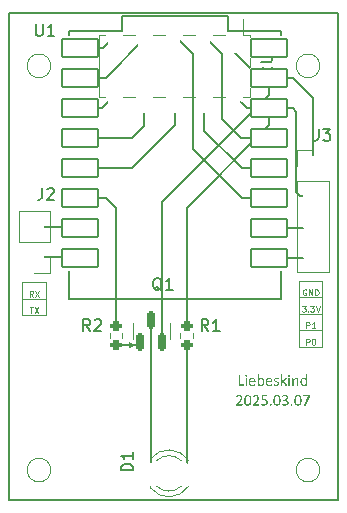
<source format=gtl>
%TF.GenerationSoftware,KiCad,Pcbnew,9.0.0*%
%TF.CreationDate,2025-03-07T16:35:28+08:00*%
%TF.ProjectId,Esp32InfraredController,45737033-3249-46e6-9672-61726564436f,rev?*%
%TF.SameCoordinates,Original*%
%TF.FileFunction,Copper,L1,Top*%
%TF.FilePolarity,Positive*%
%FSLAX46Y46*%
G04 Gerber Fmt 4.6, Leading zero omitted, Abs format (unit mm)*
G04 Created by KiCad (PCBNEW 9.0.0) date 2025-03-07 16:35:28*
%MOMM*%
%LPD*%
G01*
G04 APERTURE LIST*
G04 Aperture macros list*
%AMRoundRect*
0 Rectangle with rounded corners*
0 $1 Rounding radius*
0 $2 $3 $4 $5 $6 $7 $8 $9 X,Y pos of 4 corners*
0 Add a 4 corners polygon primitive as box body*
4,1,4,$2,$3,$4,$5,$6,$7,$8,$9,$2,$3,0*
0 Add four circle primitives for the rounded corners*
1,1,$1+$1,$2,$3*
1,1,$1+$1,$4,$5*
1,1,$1+$1,$6,$7*
1,1,$1+$1,$8,$9*
0 Add four rect primitives between the rounded corners*
20,1,$1+$1,$2,$3,$4,$5,0*
20,1,$1+$1,$4,$5,$6,$7,0*
20,1,$1+$1,$6,$7,$8,$9,0*
20,1,$1+$1,$8,$9,$2,$3,0*%
G04 Aperture macros list end*
%TA.AperFunction,ComponentPad*%
%ADD10R,1.700000X1.700000*%
%TD*%
%TA.AperFunction,ComponentPad*%
%ADD11O,1.700000X1.700000*%
%TD*%
%TA.AperFunction,SMDPad,CuDef*%
%ADD12RoundRect,0.200000X-0.275000X0.200000X-0.275000X-0.200000X0.275000X-0.200000X0.275000X0.200000X0*%
%TD*%
%TA.AperFunction,ComponentPad*%
%ADD13R,1.800000X1.800000*%
%TD*%
%TA.AperFunction,ComponentPad*%
%ADD14C,1.800000*%
%TD*%
%TA.AperFunction,SMDPad,CuDef*%
%ADD15R,3.025000X1.524000*%
%TD*%
%TA.AperFunction,SMDPad,CuDef*%
%ADD16RoundRect,0.150000X0.150000X-0.587500X0.150000X0.587500X-0.150000X0.587500X-0.150000X-0.587500X0*%
%TD*%
%TA.AperFunction,ViaPad*%
%ADD17C,0.600000*%
%TD*%
%TA.AperFunction,Conductor*%
%ADD18C,0.200000*%
%TD*%
%TA.AperFunction,SMDPad,CuDef*%
%ADD19R,1.000000X3.000000*%
%TD*%
%ADD20R,1.700000X1.700000*%
%ADD21O,1.700000X1.700000*%
%ADD22R,1.800000X1.800000*%
%ADD23C,1.800000*%
%ADD24R,1.000000X3.000000*%
%ADD25C,0.150000*%
%ADD26C,0.120000*%
%ADD27RoundRect,0.200000X-0.275000X0.200000X-0.275000X-0.200000X0.275000X-0.200000X0.275000X0.200000X0*%
%ADD28RoundRect,0.102000X-1.512500X-0.762000X1.512500X-0.762000X1.512500X0.762000X-1.512500X0.762000X0*%
%ADD29RoundRect,0.150000X0.150000X-0.587500X0.150000X0.587500X-0.150000X0.587500X-0.150000X-0.587500X0*%
%ADD30R,3.025000X1.524000*%
%ADD31C,0.062500*%
%ADD32C,0.050000*%
%ADD33C,0.127000*%
%TA.AperFunction,Profile*%
%ADD34C,0.050000*%
%TD*%
%TA.AperFunction,Profile*%
%ADD35C,0.200000*%
%TD*%
G04 APERTURE END LIST*
D10*
%TO.P,J3,1,Pin_1*%
%TO.N,GNDREF*%
X129200000Y-57980000D03*
D11*
%TO.P,J3,2,Pin_2*%
%TO.N,/3.3V*%
X129200000Y-60520000D03*
%TO.P,J3,3,Pin_3*%
%TO.N,/GPIO1*%
X129200000Y-63060000D03*
%TO.P,J3,4,Pin_4*%
%TO.N,/GPIO0*%
X129200000Y-65600000D03*
%TD*%
D10*
%TO.P,J2,1,Pin_1*%
%TO.N,Net-(J2-Pin_1)*%
X105600000Y-65675000D03*
D11*
%TO.P,J2,2,Pin_2*%
%TO.N,Net-(J2-Pin_2)*%
X105600000Y-63135000D03*
%TD*%
D12*
%TO.P,R1,1*%
%TO.N,/3.3V*%
X118500000Y-71500000D03*
%TO.P,R1,2*%
%TO.N,Net-(D1-A)*%
X118500000Y-73150000D03*
%TD*%
D13*
%TO.P,D1,1,K*%
%TO.N,Net-(D1-K)*%
X115730000Y-84000000D03*
D14*
%TO.P,D1,2,A*%
%TO.N,Net-(D1-A)*%
X118270000Y-84000000D03*
%TD*%
D12*
%TO.P,R2,1*%
%TO.N,/GPIO10*%
X112500000Y-71500000D03*
%TO.P,R2,2*%
%TO.N,Net-(Q1-B)*%
X112500000Y-73150000D03*
%TD*%
D15*
%TO.P,U1,0,GPIO0*%
%TO.N,/GPIO0*%
X125485000Y-65780000D03*
%TO.P,U1,1,GPIO1*%
%TO.N,/GPIO1*%
X125485000Y-63240000D03*
%TO.P,U1,2,GPIO2*%
%TO.N,/GPIO2*%
X125485000Y-60700000D03*
%TO.P,U1,3,GPIO3*%
%TO.N,/GPIO3*%
X125485000Y-58160000D03*
%TO.P,U1,3.3,3V3*%
%TO.N,/3.3V*%
X125485000Y-53080000D03*
%TO.P,U1,4,GPIO4*%
%TO.N,/GPIO4*%
X125485000Y-55620000D03*
%TO.P,U1,5,GPIO5*%
%TO.N,/GPIO5*%
X109515000Y-48000000D03*
%TO.P,U1,5V,5V*%
%TO.N,unconnected-(U1-Pad5V)*%
X125485000Y-48000000D03*
%TO.P,U1,6,GPIO6*%
%TO.N,/GPIO6*%
X109515000Y-50540000D03*
%TO.P,U1,7,GPIO7*%
%TO.N,/GPIO7*%
X109515000Y-53080000D03*
%TO.P,U1,8,GPIO8*%
%TO.N,/GPIO8*%
X109515000Y-55620000D03*
%TO.P,U1,9,GPIO9*%
%TO.N,/GPIO9*%
X109515000Y-58160000D03*
%TO.P,U1,10,GPIO10*%
%TO.N,/GPIO10*%
X109515000Y-60700000D03*
%TO.P,U1,20,GPIO20*%
%TO.N,Net-(J2-Pin_2)*%
X109515000Y-63240000D03*
%TO.P,U1,21,GPIO21*%
%TO.N,Net-(J2-Pin_1)*%
X109515000Y-65780000D03*
%TO.P,U1,G,GND*%
%TO.N,GNDREF*%
X125485000Y-50540000D03*
%TD*%
D16*
%TO.P,Q1,1,B*%
%TO.N,Net-(Q1-B)*%
X114550000Y-72875000D03*
%TO.P,Q1,2,E*%
%TO.N,GNDREF*%
X116450000Y-72875000D03*
%TO.P,Q1,3,C*%
%TO.N,Net-(D1-K)*%
X115500000Y-71000000D03*
%TD*%
D17*
%TO.N,/GPIO9*%
X117500000Y-52000000D03*
%TO.N,Net-(J2-Pin_2)*%
X109515000Y-63240000D03*
%TO.N,Net-(J2-Pin_1)*%
X109515000Y-65780000D03*
%TO.N,GNDREF*%
X125485000Y-50540000D03*
X116450000Y-72875000D03*
X122540000Y-47000000D03*
%TO.N,/3.3V*%
X118500000Y-71500000D03*
X125485000Y-53080000D03*
X122540000Y-52040000D03*
%TO.N,/GPIO3*%
X120000000Y-52000000D03*
%TO.N,/GPIO4*%
X120000000Y-47000000D03*
%TO.N,/GPIO2*%
X117500000Y-47000000D03*
%TO.N,/GPIO7*%
X112380000Y-52040000D03*
%TO.N,/GPIO8*%
X114920000Y-52040000D03*
%TO.N,/GPIO6*%
X114920000Y-47000000D03*
%TO.N,/GPIO5*%
X112380000Y-47000000D03*
%TO.N,/GPIO1*%
X125485000Y-63240000D03*
%TO.N,/GPIO0*%
X125485000Y-65780000D03*
%TD*%
D18*
%TO.N,Net-(D1-A)*%
X118500000Y-73150000D02*
X118500000Y-83770000D01*
X118500000Y-83770000D02*
X118270000Y-84000000D01*
%TO.N,/GPIO9*%
X117500000Y-54500000D02*
X117500000Y-52000000D01*
X109515000Y-58160000D02*
X113840000Y-58160000D01*
X113840000Y-58160000D02*
X117500000Y-54500000D01*
%TO.N,Net-(J2-Pin_2)*%
X109515000Y-63240000D02*
X109337500Y-63062500D01*
X109275000Y-63000000D02*
X109337500Y-63062500D01*
%TO.N,Net-(Q1-B)*%
X114275000Y-73150000D02*
X114550000Y-72875000D01*
X112500000Y-73150000D02*
X114275000Y-73150000D01*
%TO.N,Net-(J2-Pin_1)*%
X109515000Y-65780000D02*
X109580000Y-65780000D01*
X109580000Y-65780000D02*
X109600000Y-65800000D01*
%TO.N,GNDREF*%
X122540000Y-48345500D02*
X122540000Y-47000000D01*
X124734500Y-50540000D02*
X122540000Y-48345500D01*
X125485000Y-50540000D02*
X124734500Y-50540000D01*
%TO.N,Net-(D1-K)*%
X115500000Y-83770000D02*
X115730000Y-84000000D01*
X115500000Y-71000000D02*
X115500000Y-83770000D01*
%TO.N,/GPIO10*%
X111700000Y-60700000D02*
X109515000Y-60700000D01*
X112500000Y-71500000D02*
X112500000Y-61500000D01*
X112500000Y-61500000D02*
X111700000Y-60700000D01*
%TO.N,/3.3V*%
X125485000Y-53080000D02*
X123580000Y-53080000D01*
X123580000Y-53080000D02*
X122540000Y-52040000D01*
%TO.N,/GPIO3*%
X120000000Y-55000000D02*
X120000000Y-52000000D01*
X123160000Y-58160000D02*
X120000000Y-55000000D01*
X125485000Y-58160000D02*
X123160000Y-58160000D01*
%TO.N,/GPIO4*%
X121500000Y-48500000D02*
X120000000Y-47000000D01*
X121500000Y-54000000D02*
X121500000Y-48500000D01*
X123120000Y-55620000D02*
X121500000Y-54000000D01*
X125485000Y-55620000D02*
X123120000Y-55620000D01*
%TO.N,/GPIO2*%
X119000000Y-48500000D02*
X117500000Y-47000000D01*
X119000000Y-56500000D02*
X119000000Y-48500000D01*
X123200000Y-60700000D02*
X119000000Y-56500000D01*
X125485000Y-60700000D02*
X123200000Y-60700000D01*
%TO.N,/GPIO7*%
X109515000Y-53080000D02*
X111340000Y-53080000D01*
X111340000Y-53080000D02*
X112380000Y-52040000D01*
%TO.N,/GPIO8*%
X113880000Y-55620000D02*
X114920000Y-54580000D01*
X109515000Y-55620000D02*
X113880000Y-55620000D01*
X114920000Y-54580000D02*
X114920000Y-52040000D01*
%TO.N,/GPIO6*%
X109515000Y-50515000D02*
X109500000Y-50500000D01*
X111655833Y-50500000D02*
X114920000Y-47235833D01*
X114920000Y-47235833D02*
X114920000Y-47000000D01*
X109500000Y-50500000D02*
X111655833Y-50500000D01*
X109515000Y-50540000D02*
X109515000Y-50515000D01*
%TO.N,/GPIO5*%
X109515000Y-48000000D02*
X111380000Y-48000000D01*
X111380000Y-48000000D02*
X112380000Y-47000000D01*
%TO.N,/GPIO1*%
X125725000Y-63000000D02*
X125485000Y-63240000D01*
%TD*%
D10*
%TO.P,J3,1,Pin_1*%
%TO.N,GNDREF*%
X129200000Y-57980000D03*
D11*
%TO.P,J3,2,Pin_2*%
%TO.N,/3.3V*%
X129200000Y-60520000D03*
%TO.P,J3,3,Pin_3*%
%TO.N,/GPIO1*%
X129200000Y-63060000D03*
%TO.P,J3,4,Pin_4*%
%TO.N,/GPIO0*%
X129200000Y-65600000D03*
%TD*%
D10*
%TO.P,J2,1,Pin_1*%
%TO.N,Net-(J2-Pin_1)*%
X105600000Y-65675000D03*
D11*
%TO.P,J2,2,Pin_2*%
%TO.N,Net-(J2-Pin_2)*%
X105600000Y-63135000D03*
%TD*%
D13*
%TO.P,D1,1,K*%
%TO.N,Net-(D1-K)*%
X115730000Y-84000000D03*
D14*
%TO.P,D1,2,A*%
%TO.N,Net-(D1-A)*%
X118270000Y-84000000D03*
%TD*%
D19*
%TO.P,J1,1,Pin_1*%
%TO.N,GNDREF*%
X122540000Y-47000000D03*
%TO.P,J1,2,Pin_2*%
%TO.N,/3.3V*%
X122540000Y-52040000D03*
%TO.P,J1,3,Pin_3*%
%TO.N,/GPIO4*%
X120000000Y-47000000D03*
%TO.P,J1,4,Pin_4*%
%TO.N,/GPIO3*%
X120000000Y-52040000D03*
%TO.P,J1,5,Pin_5*%
%TO.N,/GPIO2*%
X117460000Y-47000000D03*
%TO.P,J1,6,Pin_6*%
%TO.N,/GPIO9*%
X117460000Y-52040000D03*
%TO.P,J1,7,Pin_7*%
%TO.N,/GPIO6*%
X114920000Y-47000000D03*
%TO.P,J1,8,Pin_8*%
%TO.N,/GPIO8*%
X114920000Y-52040000D03*
%TO.P,J1,9,Pin_9*%
%TO.N,/GPIO5*%
X112380000Y-47000000D03*
%TO.P,J1,10,Pin_10*%
%TO.N,/GPIO7*%
X112380000Y-52040000D03*
%TD*%
D17*
%TO.N,/GPIO9*%
X117500000Y-52000000D03*
%TO.N,Net-(J2-Pin_2)*%
X109515000Y-63240000D03*
%TO.N,Net-(J2-Pin_1)*%
X109515000Y-65780000D03*
%TO.N,GNDREF*%
X125485000Y-50540000D03*
X116450000Y-72875000D03*
X122540000Y-47000000D03*
%TO.N,/3.3V*%
X118500000Y-71500000D03*
X125485000Y-53080000D03*
X122540000Y-52040000D03*
%TO.N,/GPIO3*%
X120000000Y-52000000D03*
%TO.N,/GPIO4*%
X120000000Y-47000000D03*
%TO.N,/GPIO2*%
X117500000Y-47000000D03*
%TO.N,/GPIO7*%
X112380000Y-52040000D03*
%TO.N,/GPIO8*%
X114920000Y-52040000D03*
%TO.N,/GPIO6*%
X114920000Y-47000000D03*
%TO.N,/GPIO5*%
X112380000Y-47000000D03*
%TO.N,/GPIO1*%
X125485000Y-63240000D03*
%TO.N,/GPIO0*%
X125485000Y-65780000D03*
%TD*%
D18*
%TO.N,Net-(J2-Pin_2)*%
X109410000Y-63135000D02*
X109515000Y-63240000D01*
X105600000Y-63135000D02*
X109410000Y-63135000D01*
%TO.N,Net-(J2-Pin_1)*%
X105000000Y-65535000D02*
X106000000Y-65535000D01*
X109410000Y-65675000D02*
X109515000Y-65780000D01*
X105600000Y-65675000D02*
X109410000Y-65675000D01*
%TO.N,GNDREF*%
X116500000Y-73000000D02*
X116450000Y-72950000D01*
X116450000Y-72950000D02*
X116450000Y-72875000D01*
X127540000Y-50540000D02*
X129200000Y-52200000D01*
X125485000Y-50540000D02*
X127540000Y-50540000D01*
X116450000Y-61050000D02*
X116450000Y-72875000D01*
X125500000Y-52000000D02*
X116450000Y-61050000D01*
X125500000Y-50555000D02*
X125500000Y-52000000D01*
X129200000Y-52200000D02*
X129200000Y-57980000D01*
X125485000Y-50540000D02*
X125500000Y-50555000D01*
%TO.N,/3.3V*%
X118500000Y-61500000D02*
X125485000Y-54515000D01*
X128120000Y-60520000D02*
X127800000Y-60200000D01*
X127480000Y-53080000D02*
X125485000Y-53080000D01*
X118500000Y-61500000D02*
X118500000Y-71500000D01*
X127800000Y-53400000D02*
X127480000Y-53080000D01*
X127800000Y-60200000D02*
X127800000Y-53400000D01*
X129200000Y-60520000D02*
X128120000Y-60520000D01*
X125485000Y-54515000D02*
X125485000Y-53080000D01*
%TO.N,/GPIO1*%
X129020000Y-63240000D02*
X129200000Y-63060000D01*
X125485000Y-63240000D02*
X129020000Y-63240000D01*
%TO.N,/GPIO0*%
X125485000Y-65780000D02*
X129020000Y-65780000D01*
X129020000Y-65780000D02*
X129200000Y-65600000D01*
%TD*%
D20*
%TO.C,J3*%
X129200000Y-57980000D03*
D21*
X129200000Y-60520000D03*
X129200000Y-63060000D03*
X129200000Y-65600000D03*
%TD*%
D20*
%TO.C,J2*%
X105600000Y-65675000D03*
D21*
X105600000Y-63135000D03*
%TD*%
D22*
%TO.C,D1*%
X115730000Y-84000000D03*
D23*
X118270000Y-84000000D03*
%TD*%
D24*
%TO.C,J1*%
X122540000Y-47000000D03*
X122540000Y-52040000D03*
X120000000Y-47000000D03*
X120000000Y-52040000D03*
X117460000Y-47000000D03*
X117460000Y-52040000D03*
X114920000Y-47000000D03*
X114920000Y-52040000D03*
X112380000Y-47000000D03*
X112380000Y-52040000D03*
%TD*%
%TO.C,J1*%
X122540000Y-47000000D03*
X122540000Y-52040000D03*
X120000000Y-47000000D03*
X120000000Y-52040000D03*
X117460000Y-47000000D03*
X117460000Y-52040000D03*
X114920000Y-47000000D03*
X114920000Y-52040000D03*
X112380000Y-47000000D03*
X112380000Y-52040000D03*
%TD*%
D25*
X124764819Y-49186666D02*
X125479104Y-49186666D01*
X125479104Y-49186666D02*
X125621961Y-49139047D01*
X125621961Y-49139047D02*
X125717200Y-49043809D01*
X125717200Y-49043809D02*
X125764819Y-48900952D01*
X125764819Y-48900952D02*
X125764819Y-48805714D01*
X125764819Y-50186666D02*
X125764819Y-49615238D01*
X125764819Y-49900952D02*
X124764819Y-49900952D01*
X124764819Y-49900952D02*
X124907676Y-49805714D01*
X124907676Y-49805714D02*
X125002914Y-49710476D01*
X125002914Y-49710476D02*
X125050533Y-49615238D01*
D26*
%TO.C,J1*%
X111050000Y-52120000D02*
X111050000Y-46920000D01*
X111620000Y-46920000D02*
X111050000Y-46920000D01*
X111620000Y-52120000D02*
X111050000Y-52120000D01*
X114160000Y-46920000D02*
X113140000Y-46920000D01*
X114160000Y-52120000D02*
X113140000Y-52120000D01*
X116700000Y-46920000D02*
X115680000Y-46920000D01*
X116700000Y-52120000D02*
X115680000Y-52120000D01*
X119240000Y-46920000D02*
X118220000Y-46920000D01*
X119240000Y-52120000D02*
X118220000Y-52120000D01*
X121780000Y-46920000D02*
X120760000Y-46920000D01*
X121780000Y-52120000D02*
X120760000Y-52120000D01*
X123300000Y-46920000D02*
X123300000Y-45560000D01*
X123870000Y-46920000D02*
X123300000Y-46920000D01*
X123870000Y-52120000D02*
X123300000Y-52120000D01*
X123870000Y-52120000D02*
X123870000Y-46920000D01*
%TD*%
%LPC*%
D20*
%TO.C,J3*%
X129200000Y-57980000D03*
D21*
X129200000Y-60520000D03*
X129200000Y-63060000D03*
X129200000Y-65600000D03*
%TD*%
D20*
%TO.C,J2*%
X105600000Y-65675000D03*
D21*
X105600000Y-63135000D03*
%TD*%
D22*
%TO.C,D1*%
X115730000Y-84000000D03*
D23*
X118270000Y-84000000D03*
%TD*%
D24*
%TO.C,J1*%
X122540000Y-47000000D03*
X122540000Y-52040000D03*
X120000000Y-47000000D03*
X120000000Y-52040000D03*
X117460000Y-47000000D03*
X117460000Y-52040000D03*
X114920000Y-47000000D03*
X114920000Y-52040000D03*
X112380000Y-47000000D03*
X112380000Y-52040000D03*
%TD*%
%LPD*%
D20*
%TO.C,J3*%
X129200000Y-57980000D03*
D21*
X129200000Y-60520000D03*
X129200000Y-63060000D03*
X129200000Y-65600000D03*
%TD*%
D20*
%TO.C,J2*%
X105600000Y-65675000D03*
D21*
X105600000Y-63135000D03*
%TD*%
D27*
%TO.C,R1*%
X118500000Y-71500000D03*
X118500000Y-73150000D03*
%TD*%
D22*
%TO.C,D1*%
X115730000Y-84000000D03*
D23*
X118270000Y-84000000D03*
%TD*%
D27*
%TO.C,R2*%
X112500000Y-71500000D03*
X112500000Y-73150000D03*
%TD*%
D28*
%TO.C,U1*%
X125485000Y-65780000D03*
X125485000Y-63240000D03*
X125485000Y-60700000D03*
X125485000Y-58160000D03*
X125485000Y-53080000D03*
X125485000Y-55620000D03*
X109515000Y-48000000D03*
X125485000Y-48000000D03*
X109515000Y-50540000D03*
X109515000Y-53080000D03*
X109515000Y-55620000D03*
X109515000Y-58160000D03*
X109515000Y-60700000D03*
X109515000Y-63240000D03*
X109515000Y-65780000D03*
X125485000Y-50540000D03*
%TD*%
D29*
%TO.C,Q1*%
X114550000Y-72875000D03*
X116450000Y-72875000D03*
X115500000Y-71000000D03*
%TD*%
D27*
%TO.C,R1*%
X118500000Y-71500000D03*
X118500000Y-73150000D03*
%TD*%
%TO.C,R2*%
X112500000Y-71500000D03*
X112500000Y-73150000D03*
%TD*%
D30*
%TO.C,U1*%
X125485000Y-65780000D03*
X125485000Y-63240000D03*
X125485000Y-60700000D03*
X125485000Y-58160000D03*
X125485000Y-53080000D03*
X125485000Y-55620000D03*
X109515000Y-48000000D03*
X125485000Y-48000000D03*
X109515000Y-50540000D03*
X109515000Y-53080000D03*
X109515000Y-55620000D03*
X109515000Y-58160000D03*
X109515000Y-60700000D03*
X109515000Y-63240000D03*
X109515000Y-65780000D03*
X125485000Y-50540000D03*
%TD*%
D29*
%TO.C,Q1*%
X114550000Y-72875000D03*
X116450000Y-72875000D03*
X115500000Y-71000000D03*
%TD*%
D25*
G36*
X123371188Y-76523831D02*
G01*
X123369784Y-76546728D01*
X123365387Y-76562360D01*
X123357877Y-76571946D01*
X123347313Y-76575000D01*
X122956525Y-76575000D01*
X122941457Y-76572434D01*
X122926788Y-76564436D01*
X122916711Y-76550904D01*
X122912805Y-76527250D01*
X122912805Y-75709769D01*
X122915553Y-75700183D01*
X122925140Y-75693710D01*
X122943580Y-75689619D01*
X122971546Y-75687909D01*
X122999878Y-75689619D01*
X123018013Y-75693710D01*
X123027599Y-75700183D01*
X123030347Y-75709769D01*
X123030347Y-76473394D01*
X123347313Y-76473394D01*
X123357877Y-76476509D01*
X123365387Y-76485362D01*
X123369784Y-76500689D01*
X123371188Y-76523831D01*
G37*
G36*
X123600715Y-76557780D02*
G01*
X123597968Y-76567001D01*
X123589053Y-76573473D01*
X123572017Y-76577503D01*
X123543990Y-76578907D01*
X123516696Y-76577503D01*
X123499232Y-76573473D01*
X123490379Y-76567001D01*
X123487997Y-76557780D01*
X123487997Y-75943510D01*
X123490379Y-75934656D01*
X123499232Y-75927878D01*
X123516696Y-75923787D01*
X123543990Y-75922383D01*
X123572017Y-75923787D01*
X123589053Y-75927878D01*
X123597968Y-75934656D01*
X123600715Y-75943510D01*
X123600715Y-76557780D01*
G37*
G36*
X123613660Y-75737063D02*
G01*
X123609217Y-75772577D01*
X123598639Y-75790858D01*
X123579739Y-75800901D01*
X123543318Y-75805146D01*
X123507498Y-75801004D01*
X123488974Y-75791224D01*
X123478661Y-75773319D01*
X123474320Y-75738407D01*
X123478763Y-75702893D01*
X123489341Y-75684612D01*
X123508241Y-75674569D01*
X123544662Y-75670324D01*
X123580464Y-75674485D01*
X123598945Y-75684307D01*
X123609300Y-75702168D01*
X123613660Y-75737063D01*
G37*
G36*
X124131589Y-75916835D02*
G01*
X124185799Y-75933801D01*
X124232654Y-75961304D01*
X124269513Y-75996144D01*
X124297736Y-76038276D01*
X124317690Y-76088040D01*
X124329148Y-76141998D01*
X124333077Y-76200758D01*
X124333077Y-76221153D01*
X124329345Y-76244941D01*
X124319705Y-76258949D01*
X124305420Y-76267391D01*
X124289358Y-76270184D01*
X123886296Y-76270184D01*
X123888990Y-76320296D01*
X123896554Y-76362936D01*
X123910452Y-76401722D01*
X123930687Y-76433705D01*
X123957873Y-76459588D01*
X123992847Y-76479073D01*
X124033643Y-76490632D01*
X124086453Y-76494888D01*
X124128930Y-76492978D01*
X124164306Y-76487683D01*
X124223412Y-76471441D01*
X124264384Y-76455259D01*
X124288686Y-76447993D01*
X124297174Y-76450436D01*
X124302975Y-76457641D01*
X124306089Y-76470952D01*
X124307127Y-76491835D01*
X124306394Y-76507283D01*
X124304684Y-76518946D01*
X124301265Y-76528227D01*
X124295098Y-76536104D01*
X124272933Y-76548438D01*
X124225122Y-76565352D01*
X124157162Y-76580129D01*
X124074852Y-76586723D01*
X124001852Y-76581124D01*
X123941984Y-76565535D01*
X123889095Y-76538971D01*
X123845996Y-76502643D01*
X123812347Y-76456579D01*
X123787195Y-76398046D01*
X123772662Y-76332242D01*
X123767411Y-76251744D01*
X123771918Y-76187142D01*
X123886296Y-76187142D01*
X124219688Y-76187142D01*
X124215719Y-76129685D01*
X124202234Y-76084457D01*
X124180365Y-76048778D01*
X124149528Y-76021612D01*
X124109613Y-76004698D01*
X124057755Y-75998586D01*
X124017882Y-76002663D01*
X123984665Y-76014218D01*
X123955621Y-76032465D01*
X123932031Y-76055556D01*
X123913435Y-76083144D01*
X123899241Y-76115579D01*
X123890229Y-76150461D01*
X123886296Y-76187142D01*
X123771918Y-76187142D01*
X123772771Y-76174918D01*
X123787927Y-76109289D01*
X123813426Y-76049985D01*
X123847034Y-76001945D01*
X123889555Y-75963004D01*
X123940274Y-75934228D01*
X123997199Y-75916738D01*
X124062517Y-75910659D01*
X124131589Y-75916835D01*
G37*
G36*
X124589044Y-75622880D02*
G01*
X124606080Y-75626971D01*
X124614995Y-75633810D01*
X124617743Y-75643335D01*
X124617743Y-76011837D01*
X124670621Y-75964698D01*
X124720874Y-75933557D01*
X124770028Y-75916154D01*
X124821991Y-75910659D01*
X124885533Y-75917683D01*
X124936357Y-75937342D01*
X124979466Y-75968571D01*
X125013538Y-76008784D01*
X125038888Y-76056492D01*
X125056952Y-76113686D01*
X125067141Y-76174898D01*
X125070630Y-76240814D01*
X125066051Y-76318520D01*
X125053166Y-76384734D01*
X125031141Y-76445058D01*
X125001937Y-76493789D01*
X124964163Y-76533690D01*
X124918955Y-76562787D01*
X124867255Y-76580513D01*
X124806237Y-76586723D01*
X124751954Y-76580922D01*
X124703105Y-76562116D01*
X124655295Y-76529326D01*
X124604737Y-76481454D01*
X124604737Y-76557475D01*
X124601989Y-76567184D01*
X124593135Y-76573717D01*
X124577748Y-76577503D01*
X124554178Y-76578907D01*
X124530914Y-76577503D01*
X124515222Y-76573778D01*
X124507039Y-76567306D01*
X124505024Y-76557719D01*
X124505024Y-76128035D01*
X124617743Y-76128035D01*
X124617743Y-76373438D01*
X124665187Y-76425571D01*
X124706525Y-76460205D01*
X124750431Y-76482785D01*
X124794635Y-76490003D01*
X124834623Y-76484675D01*
X124867053Y-76469487D01*
X124894100Y-76445789D01*
X124915902Y-76415020D01*
X124931958Y-76379561D01*
X124943196Y-76339061D01*
X124949606Y-76296699D01*
X124951745Y-76253820D01*
X124944539Y-76162107D01*
X124934493Y-76119401D01*
X124919627Y-76083400D01*
X124898808Y-76052259D01*
X124872549Y-76028262D01*
X124840487Y-76012859D01*
X124799459Y-76007379D01*
X124756411Y-76013546D01*
X124713364Y-76034124D01*
X124667934Y-76071188D01*
X124617743Y-76128035D01*
X124505024Y-76128035D01*
X124505024Y-75643396D01*
X124507406Y-75633810D01*
X124516260Y-75626971D01*
X124533723Y-75622880D01*
X124561017Y-75621475D01*
X124589044Y-75622880D01*
G37*
G36*
X125562852Y-75916835D02*
G01*
X125617062Y-75933801D01*
X125663917Y-75961304D01*
X125700776Y-75996144D01*
X125728999Y-76038276D01*
X125748953Y-76088040D01*
X125760411Y-76141998D01*
X125764341Y-76200758D01*
X125764341Y-76221153D01*
X125760608Y-76244941D01*
X125750968Y-76258949D01*
X125736683Y-76267391D01*
X125720621Y-76270184D01*
X125317559Y-76270184D01*
X125320253Y-76320296D01*
X125327818Y-76362936D01*
X125341715Y-76401722D01*
X125361950Y-76433705D01*
X125389136Y-76459588D01*
X125424110Y-76479073D01*
X125464906Y-76490632D01*
X125517716Y-76494888D01*
X125560193Y-76492978D01*
X125595569Y-76487683D01*
X125654676Y-76471441D01*
X125695647Y-76455259D01*
X125719949Y-76447993D01*
X125728437Y-76450436D01*
X125734238Y-76457641D01*
X125737352Y-76470952D01*
X125738390Y-76491835D01*
X125737657Y-76507283D01*
X125735947Y-76518946D01*
X125732528Y-76528227D01*
X125726361Y-76536104D01*
X125704196Y-76548438D01*
X125656385Y-76565352D01*
X125588425Y-76580129D01*
X125506115Y-76586723D01*
X125433115Y-76581124D01*
X125373247Y-76565535D01*
X125320358Y-76538971D01*
X125277259Y-76502643D01*
X125243610Y-76456579D01*
X125218458Y-76398046D01*
X125203925Y-76332242D01*
X125198674Y-76251744D01*
X125203181Y-76187142D01*
X125317559Y-76187142D01*
X125650951Y-76187142D01*
X125646982Y-76129685D01*
X125633497Y-76084457D01*
X125611628Y-76048778D01*
X125580791Y-76021612D01*
X125540876Y-76004698D01*
X125489018Y-75998586D01*
X125449145Y-76002663D01*
X125415928Y-76014218D01*
X125386884Y-76032465D01*
X125363294Y-76055556D01*
X125344698Y-76083144D01*
X125330504Y-76115579D01*
X125321492Y-76150461D01*
X125317559Y-76187142D01*
X125203181Y-76187142D01*
X125204034Y-76174918D01*
X125219191Y-76109289D01*
X125244689Y-76049985D01*
X125278297Y-76001945D01*
X125320818Y-75963004D01*
X125371537Y-75934228D01*
X125428462Y-75916738D01*
X125493781Y-75910659D01*
X125562852Y-75916835D01*
G37*
G36*
X126322252Y-76389131D02*
G01*
X126317729Y-76434519D01*
X126304789Y-76473272D01*
X126283717Y-76507256D01*
X126255269Y-76535493D01*
X126220666Y-76557411D01*
X126178760Y-76573778D01*
X126133008Y-76583371D01*
X126081062Y-76586723D01*
X126018536Y-76581594D01*
X125965291Y-76568649D01*
X125925297Y-76552285D01*
X125901422Y-76536898D01*
X125890492Y-76517847D01*
X125887073Y-76484508D01*
X125888416Y-76462709D01*
X125891835Y-76448421D01*
X125897636Y-76440605D01*
X125906185Y-76438224D01*
X125928411Y-76447444D01*
X125964620Y-76467533D01*
X126015483Y-76487683D01*
X126046179Y-76494424D01*
X126083139Y-76496842D01*
X126135040Y-76490675D01*
X126157105Y-76482880D01*
X126175340Y-76472479D01*
X126190486Y-76458811D01*
X126201657Y-76441948D01*
X126208451Y-76422292D01*
X126210878Y-76398046D01*
X126207417Y-76373709D01*
X126197566Y-76354326D01*
X126182437Y-76337836D01*
X126162395Y-76322880D01*
X126113180Y-76298639D01*
X126056821Y-76276413D01*
X126000157Y-76250095D01*
X125973861Y-76233700D01*
X125950637Y-76214192D01*
X125931024Y-76191137D01*
X125915405Y-76163633D01*
X125905627Y-76132374D01*
X125902094Y-76093169D01*
X125905595Y-76057697D01*
X125916076Y-76023804D01*
X125933500Y-75992849D01*
X125958086Y-75965736D01*
X125988853Y-75943684D01*
X126028123Y-75925741D01*
X126072216Y-75914653D01*
X126126186Y-75910659D01*
X126175340Y-75914933D01*
X126219731Y-75925680D01*
X126253559Y-75939602D01*
X126274747Y-75952852D01*
X126284334Y-75962622D01*
X126287692Y-75971842D01*
X126289768Y-75984542D01*
X126290806Y-76002983D01*
X126289768Y-76023133D01*
X126286349Y-76037177D01*
X126280548Y-76045054D01*
X126273037Y-76047435D01*
X126255269Y-76039680D01*
X126225227Y-76023011D01*
X126181813Y-76006402D01*
X126155853Y-76000645D01*
X126124782Y-75998586D01*
X126097096Y-76000301D01*
X126074285Y-76005059D01*
X126053895Y-76013140D01*
X126038381Y-76023438D01*
X126026061Y-76036456D01*
X126017193Y-76051648D01*
X126010049Y-76087002D01*
X126013595Y-76112010D01*
X126023665Y-76131821D01*
X126039106Y-76148542D01*
X126059203Y-76163572D01*
X126109089Y-76188180D01*
X126166120Y-76210772D01*
X126223517Y-76236723D01*
X126250406Y-76252736D01*
X126273709Y-76271589D01*
X126293317Y-76293990D01*
X126308880Y-76320804D01*
X126318716Y-76351264D01*
X126322252Y-76389131D01*
G37*
G36*
X126988180Y-76557048D02*
G01*
X126985433Y-76566634D01*
X126976212Y-76573473D01*
X126958139Y-76577503D01*
X126928768Y-76578907D01*
X126898360Y-76577869D01*
X126878210Y-76574450D01*
X126864899Y-76567672D01*
X126855679Y-76557048D01*
X126596110Y-76217184D01*
X126596110Y-76557780D01*
X126593362Y-76567001D01*
X126584447Y-76573473D01*
X126567411Y-76577503D01*
X126539384Y-76578907D01*
X126512090Y-76577503D01*
X126494627Y-76573473D01*
X126485773Y-76566939D01*
X126483391Y-76557719D01*
X126483391Y-75643396D01*
X126485773Y-75633810D01*
X126494627Y-75626971D01*
X126512090Y-75622880D01*
X126539384Y-75621475D01*
X126567411Y-75622880D01*
X126584447Y-75626971D01*
X126593362Y-75633810D01*
X126596110Y-75643396D01*
X126596110Y-76201491D01*
X126828323Y-75946257D01*
X126839925Y-75935022D01*
X126854641Y-75927512D01*
X126874791Y-75923421D01*
X126902818Y-75922383D01*
X126931516Y-75923421D01*
X126950262Y-75926840D01*
X126960520Y-75933007D01*
X126963634Y-75942838D01*
X126959177Y-75959263D01*
X126944461Y-75978314D01*
X126721773Y-76200819D01*
X126971816Y-76524991D01*
X126984395Y-76543797D01*
X126988180Y-76557048D01*
G37*
G36*
X127232118Y-76557780D02*
G01*
X127229370Y-76567001D01*
X127220455Y-76573473D01*
X127203419Y-76577503D01*
X127175393Y-76578907D01*
X127148098Y-76577503D01*
X127130635Y-76573473D01*
X127121781Y-76567001D01*
X127119400Y-76557780D01*
X127119400Y-75943510D01*
X127121781Y-75934656D01*
X127130635Y-75927878D01*
X127148098Y-75923787D01*
X127175393Y-75922383D01*
X127203419Y-75923787D01*
X127220455Y-75927878D01*
X127229370Y-75934656D01*
X127232118Y-75943510D01*
X127232118Y-76557780D01*
G37*
G36*
X127245063Y-75737063D02*
G01*
X127240620Y-75772577D01*
X127230042Y-75790858D01*
X127211142Y-75800901D01*
X127174721Y-75805146D01*
X127138901Y-75801004D01*
X127120377Y-75791224D01*
X127110064Y-75773319D01*
X127105722Y-75738407D01*
X127110166Y-75702893D01*
X127120743Y-75684612D01*
X127139643Y-75674569D01*
X127176064Y-75670324D01*
X127211867Y-75674485D01*
X127230347Y-75684307D01*
X127240703Y-75702168D01*
X127245063Y-75737063D01*
G37*
G36*
X127969243Y-76557658D02*
G01*
X127966495Y-76566939D01*
X127957641Y-76573412D01*
X127940544Y-76577503D01*
X127913250Y-76578907D01*
X127885223Y-76577503D01*
X127868126Y-76573412D01*
X127859273Y-76566939D01*
X127856525Y-76557658D01*
X127856525Y-76196728D01*
X127854223Y-76146551D01*
X127848343Y-76111793D01*
X127838016Y-76081263D01*
X127824407Y-76056350D01*
X127806371Y-76035752D01*
X127783740Y-76020690D01*
X127757453Y-76011568D01*
X127726038Y-76008356D01*
X127684821Y-76015506D01*
X127641347Y-76038520D01*
X127600076Y-76073571D01*
X127552565Y-76126875D01*
X127552565Y-76557658D01*
X127549817Y-76566939D01*
X127540902Y-76573412D01*
X127523866Y-76577503D01*
X127495839Y-76578907D01*
X127468545Y-76577503D01*
X127451082Y-76573473D01*
X127442228Y-76567001D01*
X127439846Y-76557780D01*
X127439846Y-75943510D01*
X127441861Y-75934351D01*
X127450044Y-75927512D01*
X127465736Y-75923421D01*
X127491076Y-75922383D01*
X127515989Y-75923421D01*
X127531315Y-75927512D01*
X127539192Y-75934351D01*
X127541635Y-75943571D01*
X127541635Y-76024781D01*
X127595455Y-75971864D01*
X127645072Y-75938136D01*
X127697603Y-75917351D01*
X127749302Y-75910659D01*
X127807711Y-75916248D01*
X127852800Y-75931542D01*
X127891109Y-75956194D01*
X127920761Y-75987351D01*
X127942797Y-76024754D01*
X127957947Y-76069173D01*
X127966183Y-76118473D01*
X127969243Y-76181769D01*
X127969243Y-76557658D01*
G37*
G36*
X128671807Y-75627093D02*
G01*
X128688904Y-75631184D01*
X128698125Y-75638023D01*
X128701178Y-75647243D01*
X128701178Y-76557719D01*
X128698796Y-76567306D01*
X128690614Y-76573778D01*
X128675227Y-76577503D01*
X128652024Y-76578907D01*
X128628088Y-76577503D01*
X128612395Y-76573778D01*
X128603480Y-76567184D01*
X128600794Y-76557475D01*
X128600794Y-76475287D01*
X128550191Y-76523036D01*
X128499983Y-76557353D01*
X128445548Y-76579314D01*
X128385616Y-76586723D01*
X128321355Y-76579781D01*
X128270150Y-76560406D01*
X128226784Y-76529411D01*
X128192603Y-76489331D01*
X128167311Y-76441534D01*
X128149250Y-76384063D01*
X128139056Y-76322531D01*
X128135572Y-76256568D01*
X128136303Y-76243928D01*
X128252381Y-76243928D01*
X128259525Y-76334848D01*
X128269600Y-76377500D01*
X128284499Y-76413799D01*
X128305383Y-76445146D01*
X128331638Y-76469181D01*
X128363782Y-76484516D01*
X128405400Y-76490003D01*
X128448753Y-76483897D01*
X128491495Y-76463442D01*
X128537230Y-76426256D01*
X128587788Y-76370019D01*
X128587788Y-76123944D01*
X128540829Y-76071892D01*
X128499311Y-76037238D01*
X128455043Y-76014631D01*
X128410162Y-76007379D01*
X128369634Y-76012725D01*
X128337073Y-76027896D01*
X128310004Y-76051482D01*
X128288224Y-76081934D01*
X128272230Y-76117064D01*
X128260930Y-76157772D01*
X128254525Y-76200434D01*
X128252381Y-76243928D01*
X128136303Y-76243928D01*
X128140032Y-76179445D01*
X128152608Y-76113381D01*
X128174316Y-76053037D01*
X128203166Y-76004326D01*
X128240787Y-75964341D01*
X128286209Y-75934961D01*
X128338415Y-75916984D01*
X128400637Y-75910659D01*
X128452691Y-75916662D01*
X128499311Y-75934289D01*
X128542534Y-75962421D01*
X128587788Y-76003654D01*
X128587788Y-75647182D01*
X128590169Y-75638023D01*
X128599389Y-75631184D01*
X128616792Y-75627093D01*
X128643842Y-75625383D01*
X128671807Y-75627093D01*
G37*
G36*
X123241373Y-78204502D02*
G01*
X123239663Y-78226362D01*
X123234901Y-78242360D01*
X123226719Y-78251946D01*
X123215422Y-78255000D01*
X122726998Y-78255000D01*
X122710267Y-78252618D01*
X122697994Y-78244802D01*
X122690422Y-78229049D01*
X122688041Y-78203770D01*
X122689079Y-78179895D01*
X122693536Y-78161821D01*
X122702085Y-78146067D01*
X122715396Y-78129337D01*
X122886855Y-77946460D01*
X122942464Y-77884338D01*
X122982109Y-77833681D01*
X123015006Y-77784195D01*
X123037491Y-77742761D01*
X123054110Y-77702204D01*
X123063076Y-77668267D01*
X123069243Y-77605375D01*
X123066817Y-77576432D01*
X123059656Y-77549382D01*
X123047907Y-77524456D01*
X123031996Y-77503037D01*
X123011878Y-77485339D01*
X122986567Y-77471407D01*
X122957920Y-77462794D01*
X122923735Y-77459745D01*
X122883406Y-77462724D01*
X122848936Y-77471163D01*
X122790867Y-77495893D01*
X122749224Y-77520683D01*
X122724250Y-77532041D01*
X122715701Y-77529354D01*
X122709595Y-77520561D01*
X122705810Y-77504319D01*
X122704466Y-77479956D01*
X122705138Y-77462370D01*
X122707519Y-77449548D01*
X122711977Y-77439412D01*
X122722907Y-77427566D01*
X122751239Y-77408271D01*
X122801797Y-77384274D01*
X122868720Y-77364307D01*
X122905884Y-77358252D01*
X122945595Y-77356186D01*
X123007393Y-77360981D01*
X123057947Y-77374321D01*
X123102712Y-77396232D01*
X123137875Y-77423963D01*
X123165668Y-77458051D01*
X123185380Y-77497236D01*
X123197094Y-77540012D01*
X123201073Y-77586202D01*
X123193563Y-77670710D01*
X123182374Y-77712989D01*
X123161811Y-77761629D01*
X123133665Y-77810971D01*
X123091774Y-77870439D01*
X123041333Y-77931608D01*
X122970202Y-78008253D01*
X122830129Y-78155348D01*
X123214751Y-78155348D01*
X123225314Y-78158463D01*
X123234168Y-78167683D01*
X123239663Y-78183009D01*
X123241373Y-78204502D01*
G37*
G36*
X123738304Y-77359814D02*
G01*
X123784836Y-77369981D01*
X123823953Y-77385922D01*
X123859336Y-77408728D01*
X123889820Y-77437688D01*
X123915789Y-77473422D01*
X123944838Y-77535684D01*
X123965309Y-77615633D01*
X123976104Y-77703136D01*
X123980025Y-77809378D01*
X123975825Y-77908941D01*
X123963966Y-77995369D01*
X123942028Y-78075250D01*
X123910721Y-78139961D01*
X123883110Y-78177497D01*
X123850774Y-78208517D01*
X123813329Y-78233567D01*
X123772006Y-78251392D01*
X123723113Y-78262701D01*
X123665134Y-78266723D01*
X123610193Y-78263105D01*
X123563868Y-78252947D01*
X123524756Y-78236987D01*
X123489369Y-78214183D01*
X123458865Y-78185223D01*
X123432859Y-78149487D01*
X123403840Y-78087239D01*
X123383339Y-78007337D01*
X123372589Y-77919782D01*
X123368685Y-77813531D01*
X123369040Y-77805287D01*
X123488913Y-77805287D01*
X123491696Y-77900662D01*
X123499110Y-77973693D01*
X123513117Y-78039254D01*
X123531534Y-78086716D01*
X123557578Y-78125254D01*
X123588259Y-78150219D01*
X123625311Y-78164787D01*
X123671973Y-78170003D01*
X123708711Y-78166783D01*
X123739201Y-78157730D01*
X123766270Y-78142724D01*
X123789088Y-78122559D01*
X123807905Y-78097766D01*
X123823587Y-78067604D01*
X123845447Y-77996591D01*
X123856743Y-77912205D01*
X123859796Y-77817622D01*
X123855033Y-77698797D01*
X123841050Y-77605863D01*
X123830079Y-77567301D01*
X123817115Y-77536559D01*
X123800651Y-77509655D01*
X123781944Y-77488810D01*
X123759960Y-77472558D01*
X123735110Y-77461454D01*
X123707859Y-77455137D01*
X123676064Y-77452906D01*
X123638223Y-77456232D01*
X123607251Y-77465532D01*
X123581787Y-77480261D01*
X123549923Y-77512031D01*
X123524756Y-77555366D01*
X123507655Y-77605727D01*
X123496424Y-77667351D01*
X123490857Y-77732721D01*
X123488913Y-77805287D01*
X123369040Y-77805287D01*
X123372949Y-77714587D01*
X123385049Y-77627906D01*
X123407247Y-77547678D01*
X123438355Y-77483009D01*
X123465749Y-77445444D01*
X123497941Y-77414405D01*
X123535319Y-77389342D01*
X123576675Y-77371495D01*
X123625382Y-77360197D01*
X123682903Y-77356186D01*
X123738304Y-77359814D01*
G37*
G36*
X124659936Y-78204502D02*
G01*
X124658226Y-78226362D01*
X124653463Y-78242360D01*
X124645281Y-78251946D01*
X124633985Y-78255000D01*
X124145560Y-78255000D01*
X124128829Y-78252618D01*
X124116556Y-78244802D01*
X124108985Y-78229049D01*
X124106603Y-78203770D01*
X124107641Y-78179895D01*
X124112099Y-78161821D01*
X124120647Y-78146067D01*
X124133959Y-78129337D01*
X124305417Y-77946460D01*
X124361026Y-77884338D01*
X124400672Y-77833681D01*
X124433569Y-77784195D01*
X124456054Y-77742761D01*
X124472672Y-77702204D01*
X124481638Y-77668267D01*
X124487805Y-77605375D01*
X124485380Y-77576432D01*
X124478219Y-77549382D01*
X124466469Y-77524456D01*
X124450558Y-77503037D01*
X124430440Y-77485339D01*
X124405129Y-77471407D01*
X124376483Y-77462794D01*
X124342298Y-77459745D01*
X124301969Y-77462724D01*
X124267498Y-77471163D01*
X124209430Y-77495893D01*
X124167786Y-77520683D01*
X124142812Y-77532041D01*
X124134264Y-77529354D01*
X124128158Y-77520561D01*
X124124372Y-77504319D01*
X124123029Y-77479956D01*
X124123700Y-77462370D01*
X124126082Y-77449548D01*
X124130539Y-77439412D01*
X124141469Y-77427566D01*
X124169801Y-77408271D01*
X124220359Y-77384274D01*
X124287282Y-77364307D01*
X124324447Y-77358252D01*
X124364157Y-77356186D01*
X124425955Y-77360981D01*
X124476509Y-77374321D01*
X124521275Y-77396232D01*
X124556438Y-77423963D01*
X124584230Y-77458051D01*
X124603943Y-77497236D01*
X124615656Y-77540012D01*
X124619635Y-77586202D01*
X124612125Y-77670710D01*
X124600936Y-77712989D01*
X124580373Y-77761629D01*
X124552228Y-77810971D01*
X124510337Y-77870439D01*
X124459895Y-77931608D01*
X124388765Y-78008253D01*
X124248692Y-78155348D01*
X124633313Y-78155348D01*
X124643877Y-78158463D01*
X124652730Y-78167683D01*
X124658226Y-78183009D01*
X124659936Y-78204502D01*
G37*
G36*
X125365126Y-77969724D02*
G01*
X125358894Y-78038105D01*
X125341190Y-78096058D01*
X125312191Y-78147207D01*
X125273596Y-78189237D01*
X125226302Y-78222253D01*
X125169426Y-78246939D01*
X125106888Y-78261593D01*
X125035215Y-78266723D01*
X124957301Y-78260861D01*
X124891722Y-78246512D01*
X124844583Y-78229659D01*
X124821014Y-78216653D01*
X124813809Y-78207739D01*
X124810084Y-78197725D01*
X124807702Y-78182948D01*
X124807031Y-78161699D01*
X124808069Y-78140755D01*
X124811794Y-78125673D01*
X124818266Y-78117063D01*
X124826814Y-78114316D01*
X124848003Y-78123047D01*
X124886593Y-78141854D01*
X124946677Y-78160966D01*
X124984313Y-78167571D01*
X125031795Y-78170003D01*
X125076387Y-78167174D01*
X125115754Y-78159073D01*
X125151778Y-78144869D01*
X125181699Y-78124940D01*
X125206196Y-78098976D01*
X125225052Y-78066566D01*
X125236589Y-78029048D01*
X125240806Y-77980898D01*
X125237317Y-77940117D01*
X125227495Y-77906099D01*
X125210595Y-77876406D01*
X125186523Y-77852182D01*
X125156161Y-77833872D01*
X125116486Y-77820125D01*
X125071992Y-77812369D01*
X125015370Y-77809501D01*
X124943624Y-77813592D01*
X124887631Y-77817683D01*
X124870405Y-77815188D01*
X124860276Y-77808829D01*
X124854569Y-77797547D01*
X124852094Y-77774757D01*
X124852094Y-77416086D01*
X124855018Y-77395652D01*
X124862657Y-77382747D01*
X124875061Y-77374743D01*
X124893126Y-77371817D01*
X125284526Y-77371817D01*
X125295089Y-77374931D01*
X125303638Y-77384152D01*
X125308767Y-77399844D01*
X125310476Y-77422437D01*
X125308544Y-77445509D01*
X125303638Y-77460722D01*
X125295144Y-77471188D01*
X125284526Y-77474399D01*
X124954553Y-77474399D01*
X124954553Y-77720535D01*
X125003402Y-77716444D01*
X125061165Y-77715711D01*
X125134285Y-77720534D01*
X125193667Y-77733846D01*
X125246672Y-77756217D01*
X125288250Y-77785015D01*
X125321512Y-77821556D01*
X125345647Y-77865249D01*
X125360112Y-77914140D01*
X125365126Y-77969724D01*
G37*
G36*
X125697357Y-78181666D02*
G01*
X125692467Y-78225629D01*
X125681298Y-78246695D01*
X125661078Y-78258077D01*
X125622863Y-78262815D01*
X125585904Y-78258184D01*
X125566138Y-78247001D01*
X125555216Y-78226446D01*
X125550445Y-78183742D01*
X125555337Y-78139788D01*
X125566504Y-78118773D01*
X125586731Y-78107346D01*
X125624939Y-78102592D01*
X125661888Y-78107226D01*
X125681603Y-78118407D01*
X125692569Y-78138968D01*
X125697357Y-78181666D01*
G37*
G36*
X126218834Y-77359814D02*
G01*
X126265367Y-77369981D01*
X126304484Y-77385922D01*
X126339866Y-77408728D01*
X126370350Y-77437688D01*
X126396319Y-77473422D01*
X126425368Y-77535684D01*
X126445839Y-77615633D01*
X126456634Y-77703136D01*
X126460555Y-77809378D01*
X126456356Y-77908941D01*
X126444496Y-77995369D01*
X126422558Y-78075250D01*
X126391251Y-78139961D01*
X126363640Y-78177497D01*
X126331304Y-78208517D01*
X126293859Y-78233567D01*
X126252536Y-78251392D01*
X126203644Y-78262701D01*
X126145665Y-78266723D01*
X126090724Y-78263105D01*
X126044398Y-78252947D01*
X126005286Y-78236987D01*
X125969900Y-78214183D01*
X125939395Y-78185223D01*
X125913390Y-78149487D01*
X125884371Y-78087239D01*
X125863870Y-78007337D01*
X125853119Y-77919782D01*
X125849215Y-77813531D01*
X125849570Y-77805287D01*
X125969444Y-77805287D01*
X125972226Y-77900662D01*
X125979641Y-77973693D01*
X125993647Y-78039254D01*
X126012064Y-78086716D01*
X126038108Y-78125254D01*
X126068789Y-78150219D01*
X126105841Y-78164787D01*
X126152504Y-78170003D01*
X126189241Y-78166783D01*
X126219731Y-78157730D01*
X126246801Y-78142724D01*
X126269618Y-78122559D01*
X126288436Y-78097766D01*
X126304117Y-78067604D01*
X126325977Y-77996591D01*
X126337273Y-77912205D01*
X126340326Y-77817622D01*
X126335564Y-77698797D01*
X126321581Y-77605863D01*
X126310609Y-77567301D01*
X126297645Y-77536559D01*
X126281181Y-77509655D01*
X126262474Y-77488810D01*
X126240491Y-77472558D01*
X126215640Y-77461454D01*
X126188390Y-77455137D01*
X126156595Y-77452906D01*
X126118754Y-77456232D01*
X126087782Y-77465532D01*
X126062317Y-77480261D01*
X126030453Y-77512031D01*
X126005286Y-77555366D01*
X125988185Y-77605727D01*
X125976954Y-77667351D01*
X125971387Y-77732721D01*
X125969444Y-77805287D01*
X125849570Y-77805287D01*
X125853480Y-77714587D01*
X125865579Y-77627906D01*
X125887778Y-77547678D01*
X125918885Y-77483009D01*
X125946280Y-77445444D01*
X125978471Y-77414405D01*
X126015850Y-77389342D01*
X126057206Y-77371495D01*
X126105913Y-77360197D01*
X126163433Y-77356186D01*
X126218834Y-77359814D01*
G37*
G36*
X127133627Y-78001720D02*
G01*
X127128156Y-78060269D01*
X127112439Y-78111079D01*
X127086658Y-78156349D01*
X127051684Y-78194549D01*
X127008338Y-78224757D01*
X126953986Y-78247978D01*
X126893658Y-78261820D01*
X126822828Y-78266723D01*
X126779236Y-78264896D01*
X126739847Y-78259640D01*
X126671153Y-78242787D01*
X126621267Y-78222515D01*
X126596354Y-78207311D01*
X126588538Y-78197847D01*
X126583714Y-78186367D01*
X126580661Y-78169820D01*
X126579623Y-78145823D01*
X126584386Y-78112056D01*
X126590392Y-78104839D01*
X126598064Y-78102592D01*
X126622305Y-78113278D01*
X126668772Y-78136297D01*
X126735023Y-78159317D01*
X126774198Y-78167219D01*
X126819409Y-78170003D01*
X126862927Y-78166949D01*
X126898665Y-78158463D01*
X126930558Y-78144197D01*
X126956001Y-78125734D01*
X126976367Y-78102629D01*
X126990867Y-78075664D01*
X126999506Y-78045788D01*
X127002469Y-78012711D01*
X126998682Y-77976624D01*
X126987753Y-77945300D01*
X126969860Y-77917583D01*
X126944766Y-77893520D01*
X126913981Y-77874670D01*
X126875096Y-77860181D01*
X126832170Y-77851633D01*
X126781185Y-77848579D01*
X126697165Y-77848579D01*
X126686541Y-77846198D01*
X126677626Y-77838382D01*
X126671520Y-77824033D01*
X126669138Y-77800830D01*
X126671153Y-77779337D01*
X126676954Y-77765659D01*
X126685503Y-77758148D01*
X126696432Y-77755767D01*
X126773674Y-77755767D01*
X126817344Y-77752718D01*
X126854580Y-77744105D01*
X126888212Y-77729535D01*
X126915396Y-77710338D01*
X126937402Y-77686167D01*
X126953620Y-77657704D01*
X126963546Y-77625774D01*
X126966992Y-77589193D01*
X126964746Y-77562159D01*
X126958078Y-77536559D01*
X126946935Y-77512952D01*
X126931455Y-77492840D01*
X126911610Y-77476472D01*
X126886026Y-77463592D01*
X126857034Y-77455714D01*
X126822156Y-77452906D01*
X126783622Y-77455985D01*
X126749372Y-77464874D01*
X126690326Y-77490519D01*
X126647279Y-77516165D01*
X126623343Y-77528133D01*
X126614794Y-77526423D01*
X126608688Y-77519645D01*
X126605269Y-77505296D01*
X126604231Y-77481055D01*
X126604902Y-77462981D01*
X126607650Y-77449303D01*
X126612413Y-77438740D01*
X126621633Y-77427505D01*
X126647950Y-77408759D01*
X126696799Y-77384518D01*
X126763721Y-77364368D01*
X126802478Y-77358293D01*
X126845359Y-77356186D01*
X126904649Y-77360371D01*
X126953315Y-77372001D01*
X126996639Y-77391427D01*
X127030862Y-77416575D01*
X127057963Y-77448174D01*
X127077268Y-77485573D01*
X127088688Y-77527153D01*
X127092655Y-77574417D01*
X127089852Y-77615297D01*
X127081725Y-77652269D01*
X127068088Y-77686534D01*
X127049608Y-77716139D01*
X127026205Y-77741736D01*
X126997706Y-77763461D01*
X126965116Y-77779809D01*
X126926692Y-77790572D01*
X126926692Y-77791915D01*
X126970935Y-77800132D01*
X127010346Y-77814752D01*
X127045949Y-77835353D01*
X127075558Y-77860059D01*
X127099844Y-77889504D01*
X127118240Y-77923745D01*
X127129735Y-77961237D01*
X127133627Y-78001720D01*
G37*
G36*
X127468606Y-78181666D02*
G01*
X127463716Y-78225629D01*
X127452547Y-78246695D01*
X127432327Y-78258077D01*
X127394112Y-78262815D01*
X127357153Y-78258184D01*
X127337387Y-78247001D01*
X127326465Y-78226446D01*
X127321694Y-78183742D01*
X127326587Y-78139788D01*
X127337753Y-78118773D01*
X127357980Y-78107346D01*
X127396188Y-78102592D01*
X127433138Y-78107226D01*
X127452852Y-78118407D01*
X127463819Y-78138968D01*
X127468606Y-78181666D01*
G37*
G36*
X127990083Y-77359814D02*
G01*
X128036616Y-77369981D01*
X128075733Y-77385922D01*
X128111115Y-77408728D01*
X128141599Y-77437688D01*
X128167568Y-77473422D01*
X128196617Y-77535684D01*
X128217088Y-77615633D01*
X128227883Y-77703136D01*
X128231804Y-77809378D01*
X128227605Y-77908941D01*
X128215745Y-77995369D01*
X128193808Y-78075250D01*
X128162500Y-78139961D01*
X128134890Y-78177497D01*
X128102553Y-78208517D01*
X128065108Y-78233567D01*
X128023785Y-78251392D01*
X127974893Y-78262701D01*
X127916914Y-78266723D01*
X127861973Y-78263105D01*
X127815647Y-78252947D01*
X127776535Y-78236987D01*
X127741149Y-78214183D01*
X127710644Y-78185223D01*
X127684639Y-78149487D01*
X127655620Y-78087239D01*
X127635119Y-78007337D01*
X127624368Y-77919782D01*
X127620464Y-77813531D01*
X127620819Y-77805287D01*
X127740693Y-77805287D01*
X127743475Y-77900662D01*
X127750890Y-77973693D01*
X127764897Y-78039254D01*
X127783313Y-78086716D01*
X127809357Y-78125254D01*
X127840038Y-78150219D01*
X127877090Y-78164787D01*
X127923753Y-78170003D01*
X127960491Y-78166783D01*
X127990981Y-78157730D01*
X128018050Y-78142724D01*
X128040867Y-78122559D01*
X128059685Y-78097766D01*
X128075366Y-78067604D01*
X128097226Y-77996591D01*
X128108522Y-77912205D01*
X128111575Y-77817622D01*
X128106813Y-77698797D01*
X128092830Y-77605863D01*
X128081858Y-77567301D01*
X128068894Y-77536559D01*
X128052430Y-77509655D01*
X128033723Y-77488810D01*
X128011740Y-77472558D01*
X127986889Y-77461454D01*
X127959639Y-77455137D01*
X127927844Y-77452906D01*
X127890003Y-77456232D01*
X127859031Y-77465532D01*
X127833566Y-77480261D01*
X127801702Y-77512031D01*
X127776535Y-77555366D01*
X127759434Y-77605727D01*
X127748203Y-77667351D01*
X127742636Y-77732721D01*
X127740693Y-77805287D01*
X127620819Y-77805287D01*
X127624729Y-77714587D01*
X127636828Y-77627906D01*
X127659027Y-77547678D01*
X127690134Y-77483009D01*
X127717529Y-77445444D01*
X127749720Y-77414405D01*
X127787099Y-77389342D01*
X127828455Y-77371495D01*
X127877162Y-77360197D01*
X127934683Y-77356186D01*
X127990083Y-77359814D01*
G37*
G36*
X128924721Y-77422498D02*
G01*
X128923683Y-77444785D01*
X128920935Y-77463958D01*
X128916172Y-77481788D01*
X128909028Y-77499923D01*
X128590658Y-78232285D01*
X128582109Y-78245596D01*
X128569103Y-78253778D01*
X128548953Y-78257869D01*
X128518911Y-78258907D01*
X128482702Y-78256831D01*
X128463957Y-78250420D01*
X128458828Y-78239490D01*
X128463590Y-78224103D01*
X128798325Y-77475376D01*
X128374137Y-77475376D01*
X128362973Y-77472101D01*
X128354658Y-77461699D01*
X128350020Y-77446446D01*
X128348186Y-77423230D01*
X128349895Y-77400638D01*
X128354963Y-77384518D01*
X128363146Y-77374931D01*
X128374137Y-77371817D01*
X128889184Y-77371817D01*
X128905914Y-77373893D01*
X128916844Y-77382076D01*
X128922645Y-77397829D01*
X128924721Y-77422498D01*
G37*
D31*
X128619047Y-68441869D02*
X128571428Y-68418059D01*
X128571428Y-68418059D02*
X128499999Y-68418059D01*
X128499999Y-68418059D02*
X128428571Y-68441869D01*
X128428571Y-68441869D02*
X128380952Y-68489488D01*
X128380952Y-68489488D02*
X128357142Y-68537107D01*
X128357142Y-68537107D02*
X128333333Y-68632345D01*
X128333333Y-68632345D02*
X128333333Y-68703773D01*
X128333333Y-68703773D02*
X128357142Y-68799011D01*
X128357142Y-68799011D02*
X128380952Y-68846630D01*
X128380952Y-68846630D02*
X128428571Y-68894250D01*
X128428571Y-68894250D02*
X128499999Y-68918059D01*
X128499999Y-68918059D02*
X128547618Y-68918059D01*
X128547618Y-68918059D02*
X128619047Y-68894250D01*
X128619047Y-68894250D02*
X128642856Y-68870440D01*
X128642856Y-68870440D02*
X128642856Y-68703773D01*
X128642856Y-68703773D02*
X128547618Y-68703773D01*
X128857142Y-68918059D02*
X128857142Y-68418059D01*
X128857142Y-68418059D02*
X129142856Y-68918059D01*
X129142856Y-68918059D02*
X129142856Y-68418059D01*
X129380952Y-68918059D02*
X129380952Y-68418059D01*
X129380952Y-68418059D02*
X129500000Y-68418059D01*
X129500000Y-68418059D02*
X129571428Y-68441869D01*
X129571428Y-68441869D02*
X129619047Y-68489488D01*
X129619047Y-68489488D02*
X129642857Y-68537107D01*
X129642857Y-68537107D02*
X129666666Y-68632345D01*
X129666666Y-68632345D02*
X129666666Y-68703773D01*
X129666666Y-68703773D02*
X129642857Y-68799011D01*
X129642857Y-68799011D02*
X129619047Y-68846630D01*
X129619047Y-68846630D02*
X129571428Y-68894250D01*
X129571428Y-68894250D02*
X129500000Y-68918059D01*
X129500000Y-68918059D02*
X129380952Y-68918059D01*
X128261905Y-69818059D02*
X128571429Y-69818059D01*
X128571429Y-69818059D02*
X128404762Y-70008535D01*
X128404762Y-70008535D02*
X128476191Y-70008535D01*
X128476191Y-70008535D02*
X128523810Y-70032345D01*
X128523810Y-70032345D02*
X128547619Y-70056154D01*
X128547619Y-70056154D02*
X128571429Y-70103773D01*
X128571429Y-70103773D02*
X128571429Y-70222821D01*
X128571429Y-70222821D02*
X128547619Y-70270440D01*
X128547619Y-70270440D02*
X128523810Y-70294250D01*
X128523810Y-70294250D02*
X128476191Y-70318059D01*
X128476191Y-70318059D02*
X128333334Y-70318059D01*
X128333334Y-70318059D02*
X128285715Y-70294250D01*
X128285715Y-70294250D02*
X128261905Y-70270440D01*
X128785714Y-70270440D02*
X128809524Y-70294250D01*
X128809524Y-70294250D02*
X128785714Y-70318059D01*
X128785714Y-70318059D02*
X128761905Y-70294250D01*
X128761905Y-70294250D02*
X128785714Y-70270440D01*
X128785714Y-70270440D02*
X128785714Y-70318059D01*
X128976190Y-69818059D02*
X129285714Y-69818059D01*
X129285714Y-69818059D02*
X129119047Y-70008535D01*
X129119047Y-70008535D02*
X129190476Y-70008535D01*
X129190476Y-70008535D02*
X129238095Y-70032345D01*
X129238095Y-70032345D02*
X129261904Y-70056154D01*
X129261904Y-70056154D02*
X129285714Y-70103773D01*
X129285714Y-70103773D02*
X129285714Y-70222821D01*
X129285714Y-70222821D02*
X129261904Y-70270440D01*
X129261904Y-70270440D02*
X129238095Y-70294250D01*
X129238095Y-70294250D02*
X129190476Y-70318059D01*
X129190476Y-70318059D02*
X129047619Y-70318059D01*
X129047619Y-70318059D02*
X129000000Y-70294250D01*
X129000000Y-70294250D02*
X128976190Y-70270440D01*
X129428571Y-69818059D02*
X129595237Y-70318059D01*
X129595237Y-70318059D02*
X129761904Y-69818059D01*
X128630952Y-71718059D02*
X128630952Y-71218059D01*
X128630952Y-71218059D02*
X128821428Y-71218059D01*
X128821428Y-71218059D02*
X128869047Y-71241869D01*
X128869047Y-71241869D02*
X128892857Y-71265678D01*
X128892857Y-71265678D02*
X128916666Y-71313297D01*
X128916666Y-71313297D02*
X128916666Y-71384726D01*
X128916666Y-71384726D02*
X128892857Y-71432345D01*
X128892857Y-71432345D02*
X128869047Y-71456154D01*
X128869047Y-71456154D02*
X128821428Y-71479964D01*
X128821428Y-71479964D02*
X128630952Y-71479964D01*
X129392857Y-71718059D02*
X129107143Y-71718059D01*
X129250000Y-71718059D02*
X129250000Y-71218059D01*
X129250000Y-71218059D02*
X129202381Y-71289488D01*
X129202381Y-71289488D02*
X129154762Y-71337107D01*
X129154762Y-71337107D02*
X129107143Y-71360916D01*
X128630952Y-73118059D02*
X128630952Y-72618059D01*
X128630952Y-72618059D02*
X128821428Y-72618059D01*
X128821428Y-72618059D02*
X128869047Y-72641869D01*
X128869047Y-72641869D02*
X128892857Y-72665678D01*
X128892857Y-72665678D02*
X128916666Y-72713297D01*
X128916666Y-72713297D02*
X128916666Y-72784726D01*
X128916666Y-72784726D02*
X128892857Y-72832345D01*
X128892857Y-72832345D02*
X128869047Y-72856154D01*
X128869047Y-72856154D02*
X128821428Y-72879964D01*
X128821428Y-72879964D02*
X128630952Y-72879964D01*
X129226190Y-72618059D02*
X129273809Y-72618059D01*
X129273809Y-72618059D02*
X129321428Y-72641869D01*
X129321428Y-72641869D02*
X129345238Y-72665678D01*
X129345238Y-72665678D02*
X129369047Y-72713297D01*
X129369047Y-72713297D02*
X129392857Y-72808535D01*
X129392857Y-72808535D02*
X129392857Y-72927583D01*
X129392857Y-72927583D02*
X129369047Y-73022821D01*
X129369047Y-73022821D02*
X129345238Y-73070440D01*
X129345238Y-73070440D02*
X129321428Y-73094250D01*
X129321428Y-73094250D02*
X129273809Y-73118059D01*
X129273809Y-73118059D02*
X129226190Y-73118059D01*
X129226190Y-73118059D02*
X129178571Y-73094250D01*
X129178571Y-73094250D02*
X129154762Y-73070440D01*
X129154762Y-73070440D02*
X129130952Y-73022821D01*
X129130952Y-73022821D02*
X129107143Y-72927583D01*
X129107143Y-72927583D02*
X129107143Y-72808535D01*
X129107143Y-72808535D02*
X129130952Y-72713297D01*
X129130952Y-72713297D02*
X129154762Y-72665678D01*
X129154762Y-72665678D02*
X129178571Y-72641869D01*
X129178571Y-72641869D02*
X129226190Y-72618059D01*
D32*
X128000000Y-69087500D02*
X130000000Y-69087500D01*
X128000000Y-70487500D02*
X130000000Y-70487500D01*
X128000000Y-71887500D02*
X130000000Y-71887500D01*
X128000000Y-69087500D02*
X130000000Y-69087500D01*
X128000000Y-67687500D02*
X130000000Y-67687500D01*
X130000000Y-67687500D02*
X130000000Y-73287500D01*
X130000000Y-73287500D02*
X128000000Y-73287500D01*
X128000000Y-73287500D02*
X128000000Y-67687500D01*
D31*
X105516666Y-69030559D02*
X105350000Y-68792464D01*
X105230952Y-69030559D02*
X105230952Y-68530559D01*
X105230952Y-68530559D02*
X105421428Y-68530559D01*
X105421428Y-68530559D02*
X105469047Y-68554369D01*
X105469047Y-68554369D02*
X105492857Y-68578178D01*
X105492857Y-68578178D02*
X105516666Y-68625797D01*
X105516666Y-68625797D02*
X105516666Y-68697226D01*
X105516666Y-68697226D02*
X105492857Y-68744845D01*
X105492857Y-68744845D02*
X105469047Y-68768654D01*
X105469047Y-68768654D02*
X105421428Y-68792464D01*
X105421428Y-68792464D02*
X105230952Y-68792464D01*
X105683333Y-68530559D02*
X106016666Y-69030559D01*
X106016666Y-68530559D02*
X105683333Y-69030559D01*
X105219048Y-69930559D02*
X105504762Y-69930559D01*
X105361905Y-70430559D02*
X105361905Y-69930559D01*
X105623809Y-69930559D02*
X105957142Y-70430559D01*
X105957142Y-69930559D02*
X105623809Y-70430559D01*
D32*
X104600000Y-69200000D02*
X106600000Y-69200000D01*
X104600000Y-69200000D02*
X106600000Y-69200000D01*
X104600000Y-67800000D02*
X106600000Y-67800000D01*
X106600000Y-67800000D02*
X106600000Y-70600000D01*
X106600000Y-70600000D02*
X104600000Y-70600000D01*
X104600000Y-70600000D02*
X104600000Y-67800000D01*
D25*
X129666666Y-54834819D02*
X129666666Y-55549104D01*
X129666666Y-55549104D02*
X129619047Y-55691961D01*
X129619047Y-55691961D02*
X129523809Y-55787200D01*
X129523809Y-55787200D02*
X129380952Y-55834819D01*
X129380952Y-55834819D02*
X129285714Y-55834819D01*
X130047619Y-54834819D02*
X130666666Y-54834819D01*
X130666666Y-54834819D02*
X130333333Y-55215771D01*
X130333333Y-55215771D02*
X130476190Y-55215771D01*
X130476190Y-55215771D02*
X130571428Y-55263390D01*
X130571428Y-55263390D02*
X130619047Y-55311009D01*
X130619047Y-55311009D02*
X130666666Y-55406247D01*
X130666666Y-55406247D02*
X130666666Y-55644342D01*
X130666666Y-55644342D02*
X130619047Y-55739580D01*
X130619047Y-55739580D02*
X130571428Y-55787200D01*
X130571428Y-55787200D02*
X130476190Y-55834819D01*
X130476190Y-55834819D02*
X130190476Y-55834819D01*
X130190476Y-55834819D02*
X130095238Y-55787200D01*
X130095238Y-55787200D02*
X130047619Y-55739580D01*
X106266666Y-59854819D02*
X106266666Y-60569104D01*
X106266666Y-60569104D02*
X106219047Y-60711961D01*
X106219047Y-60711961D02*
X106123809Y-60807200D01*
X106123809Y-60807200D02*
X105980952Y-60854819D01*
X105980952Y-60854819D02*
X105885714Y-60854819D01*
X106695238Y-59950057D02*
X106742857Y-59902438D01*
X106742857Y-59902438D02*
X106838095Y-59854819D01*
X106838095Y-59854819D02*
X107076190Y-59854819D01*
X107076190Y-59854819D02*
X107171428Y-59902438D01*
X107171428Y-59902438D02*
X107219047Y-59950057D01*
X107219047Y-59950057D02*
X107266666Y-60045295D01*
X107266666Y-60045295D02*
X107266666Y-60140533D01*
X107266666Y-60140533D02*
X107219047Y-60283390D01*
X107219047Y-60283390D02*
X106647619Y-60854819D01*
X106647619Y-60854819D02*
X107266666Y-60854819D01*
X120333333Y-71954819D02*
X120000000Y-71478628D01*
X119761905Y-71954819D02*
X119761905Y-70954819D01*
X119761905Y-70954819D02*
X120142857Y-70954819D01*
X120142857Y-70954819D02*
X120238095Y-71002438D01*
X120238095Y-71002438D02*
X120285714Y-71050057D01*
X120285714Y-71050057D02*
X120333333Y-71145295D01*
X120333333Y-71145295D02*
X120333333Y-71288152D01*
X120333333Y-71288152D02*
X120285714Y-71383390D01*
X120285714Y-71383390D02*
X120238095Y-71431009D01*
X120238095Y-71431009D02*
X120142857Y-71478628D01*
X120142857Y-71478628D02*
X119761905Y-71478628D01*
X121285714Y-71954819D02*
X120714286Y-71954819D01*
X121000000Y-71954819D02*
X121000000Y-70954819D01*
X121000000Y-70954819D02*
X120904762Y-71097676D01*
X120904762Y-71097676D02*
X120809524Y-71192914D01*
X120809524Y-71192914D02*
X120714286Y-71240533D01*
X113954819Y-83738094D02*
X112954819Y-83738094D01*
X112954819Y-83738094D02*
X112954819Y-83499999D01*
X112954819Y-83499999D02*
X113002438Y-83357142D01*
X113002438Y-83357142D02*
X113097676Y-83261904D01*
X113097676Y-83261904D02*
X113192914Y-83214285D01*
X113192914Y-83214285D02*
X113383390Y-83166666D01*
X113383390Y-83166666D02*
X113526247Y-83166666D01*
X113526247Y-83166666D02*
X113716723Y-83214285D01*
X113716723Y-83214285D02*
X113811961Y-83261904D01*
X113811961Y-83261904D02*
X113907200Y-83357142D01*
X113907200Y-83357142D02*
X113954819Y-83499999D01*
X113954819Y-83499999D02*
X113954819Y-83738094D01*
X113954819Y-82214285D02*
X113954819Y-82785713D01*
X113954819Y-82499999D02*
X112954819Y-82499999D01*
X112954819Y-82499999D02*
X113097676Y-82595237D01*
X113097676Y-82595237D02*
X113192914Y-82690475D01*
X113192914Y-82690475D02*
X113240533Y-82785713D01*
X110333333Y-71954819D02*
X110000000Y-71478628D01*
X109761905Y-71954819D02*
X109761905Y-70954819D01*
X109761905Y-70954819D02*
X110142857Y-70954819D01*
X110142857Y-70954819D02*
X110238095Y-71002438D01*
X110238095Y-71002438D02*
X110285714Y-71050057D01*
X110285714Y-71050057D02*
X110333333Y-71145295D01*
X110333333Y-71145295D02*
X110333333Y-71288152D01*
X110333333Y-71288152D02*
X110285714Y-71383390D01*
X110285714Y-71383390D02*
X110238095Y-71431009D01*
X110238095Y-71431009D02*
X110142857Y-71478628D01*
X110142857Y-71478628D02*
X109761905Y-71478628D01*
X110714286Y-71050057D02*
X110761905Y-71002438D01*
X110761905Y-71002438D02*
X110857143Y-70954819D01*
X110857143Y-70954819D02*
X111095238Y-70954819D01*
X111095238Y-70954819D02*
X111190476Y-71002438D01*
X111190476Y-71002438D02*
X111238095Y-71050057D01*
X111238095Y-71050057D02*
X111285714Y-71145295D01*
X111285714Y-71145295D02*
X111285714Y-71240533D01*
X111285714Y-71240533D02*
X111238095Y-71383390D01*
X111238095Y-71383390D02*
X110666667Y-71954819D01*
X110666667Y-71954819D02*
X111285714Y-71954819D01*
X105738095Y-45954819D02*
X105738095Y-46764342D01*
X105738095Y-46764342D02*
X105785714Y-46859580D01*
X105785714Y-46859580D02*
X105833333Y-46907200D01*
X105833333Y-46907200D02*
X105928571Y-46954819D01*
X105928571Y-46954819D02*
X106119047Y-46954819D01*
X106119047Y-46954819D02*
X106214285Y-46907200D01*
X106214285Y-46907200D02*
X106261904Y-46859580D01*
X106261904Y-46859580D02*
X106309523Y-46764342D01*
X106309523Y-46764342D02*
X106309523Y-45954819D01*
X107309523Y-46954819D02*
X106738095Y-46954819D01*
X107023809Y-46954819D02*
X107023809Y-45954819D01*
X107023809Y-45954819D02*
X106928571Y-46097676D01*
X106928571Y-46097676D02*
X106833333Y-46192914D01*
X106833333Y-46192914D02*
X106738095Y-46240533D01*
X116404761Y-68550057D02*
X116309523Y-68502438D01*
X116309523Y-68502438D02*
X116214285Y-68407200D01*
X116214285Y-68407200D02*
X116071428Y-68264342D01*
X116071428Y-68264342D02*
X115976190Y-68216723D01*
X115976190Y-68216723D02*
X115880952Y-68216723D01*
X115928571Y-68454819D02*
X115833333Y-68407200D01*
X115833333Y-68407200D02*
X115738095Y-68311961D01*
X115738095Y-68311961D02*
X115690476Y-68121485D01*
X115690476Y-68121485D02*
X115690476Y-67788152D01*
X115690476Y-67788152D02*
X115738095Y-67597676D01*
X115738095Y-67597676D02*
X115833333Y-67502438D01*
X115833333Y-67502438D02*
X115928571Y-67454819D01*
X115928571Y-67454819D02*
X116119047Y-67454819D01*
X116119047Y-67454819D02*
X116214285Y-67502438D01*
X116214285Y-67502438D02*
X116309523Y-67597676D01*
X116309523Y-67597676D02*
X116357142Y-67788152D01*
X116357142Y-67788152D02*
X116357142Y-68121485D01*
X116357142Y-68121485D02*
X116309523Y-68311961D01*
X116309523Y-68311961D02*
X116214285Y-68407200D01*
X116214285Y-68407200D02*
X116119047Y-68454819D01*
X116119047Y-68454819D02*
X115928571Y-68454819D01*
X117309523Y-68454819D02*
X116738095Y-68454819D01*
X117023809Y-68454819D02*
X117023809Y-67454819D01*
X117023809Y-67454819D02*
X116928571Y-67597676D01*
X116928571Y-67597676D02*
X116833333Y-67692914D01*
X116833333Y-67692914D02*
X116738095Y-67740533D01*
D26*
%TO.C,J3*%
X127870000Y-56650000D02*
X129200000Y-56650000D01*
X127870000Y-57980000D02*
X127870000Y-56650000D01*
X127870000Y-59250000D02*
X127870000Y-66930000D01*
X127870000Y-59250000D02*
X130530000Y-59250000D01*
X127870000Y-66930000D02*
X130530000Y-66930000D01*
X130530000Y-59250000D02*
X130530000Y-66930000D01*
%TO.C,J2*%
X104270000Y-64405000D02*
X104270000Y-61805000D01*
X106930000Y-61805000D02*
X104270000Y-61805000D01*
X106930000Y-64405000D02*
X104270000Y-64405000D01*
X106930000Y-64405000D02*
X106930000Y-61805000D01*
X106930000Y-65675000D02*
X106930000Y-67005000D01*
X106930000Y-67005000D02*
X105600000Y-67005000D01*
%TO.C,R1*%
X117977500Y-72087742D02*
X117977500Y-72562258D01*
X119022500Y-72087742D02*
X119022500Y-72562258D01*
%TO.C,D1*%
X115440000Y-82764000D02*
X115440000Y-82920000D01*
X115440000Y-85080000D02*
X115440000Y-85236000D01*
X115440000Y-82764484D02*
G75*
G02*
X118671397Y-82919939I1560000J-1235516D01*
G01*
X115959039Y-82920000D02*
G75*
G02*
X118040910Y-82919951I1040961J-1080000D01*
G01*
X118040910Y-85080049D02*
G75*
G02*
X115959039Y-85080000I-1040910J1080049D01*
G01*
X118671397Y-85080061D02*
G75*
G02*
X115440000Y-85235516I-1671397J1080061D01*
G01*
%TO.C,R2*%
X111977500Y-72087742D02*
X111977500Y-72562258D01*
X113022500Y-72087742D02*
X113022500Y-72562258D01*
D33*
%TO.C,U1*%
X108500000Y-46850000D02*
X108500000Y-46550000D01*
X108500000Y-69250000D02*
X108500000Y-66900000D01*
X113000000Y-45250000D02*
X113000000Y-46550000D01*
X113000000Y-46550000D02*
X108500000Y-46550000D01*
X122000000Y-45250000D02*
X113000000Y-45250000D01*
X122000000Y-45250000D02*
X122000000Y-46550000D01*
X126500000Y-46550000D02*
X122000000Y-46550000D01*
X126500000Y-46850000D02*
X126500000Y-46550000D01*
X126500000Y-69250000D02*
X108500000Y-69250000D01*
X126500000Y-69250000D02*
X126500000Y-66900000D01*
D26*
%TO.C,Q1*%
X113940000Y-71937500D02*
X113940000Y-71287500D01*
X113940000Y-71937500D02*
X113940000Y-72587500D01*
X117060000Y-71937500D02*
X117060000Y-71287500D01*
X117060000Y-71937500D02*
X117060000Y-72587500D01*
X113990000Y-73100000D02*
X113660000Y-73340000D01*
X113660000Y-72860000D01*
X113990000Y-73100000D01*
G36*
X113990000Y-73100000D02*
G01*
X113660000Y-73340000D01*
X113660000Y-72860000D01*
X113990000Y-73100000D01*
G37*
%TD*%
%LPC*%
D20*
%TO.C,J3*%
X129200000Y-57980000D03*
D21*
X129200000Y-60520000D03*
X129200000Y-63060000D03*
X129200000Y-65600000D03*
%TD*%
D20*
%TO.C,J2*%
X105600000Y-65675000D03*
D21*
X105600000Y-63135000D03*
%TD*%
D27*
%TO.C,R1*%
X118500000Y-71500000D03*
X118500000Y-73150000D03*
%TD*%
D22*
%TO.C,D1*%
X115730000Y-84000000D03*
D23*
X118270000Y-84000000D03*
%TD*%
D27*
%TO.C,R2*%
X112500000Y-71500000D03*
X112500000Y-73150000D03*
%TD*%
D28*
%TO.C,U1*%
X125485000Y-65780000D03*
X125485000Y-63240000D03*
X125485000Y-60700000D03*
X125485000Y-58160000D03*
X125485000Y-53080000D03*
X125485000Y-55620000D03*
X109515000Y-48000000D03*
X125485000Y-48000000D03*
X109515000Y-50540000D03*
X109515000Y-53080000D03*
X109515000Y-55620000D03*
X109515000Y-58160000D03*
X109515000Y-60700000D03*
X109515000Y-63240000D03*
X109515000Y-65780000D03*
X125485000Y-50540000D03*
%TD*%
D29*
%TO.C,Q1*%
X114550000Y-72875000D03*
X116450000Y-72875000D03*
X115500000Y-71000000D03*
%TD*%
%LPD*%
D34*
X129780000Y-83720000D02*
G75*
G02*
X127780000Y-83720000I-1000000J0D01*
G01*
X127780000Y-83720000D02*
G75*
G02*
X129780000Y-83720000I1000000J0D01*
G01*
X107000000Y-49500000D02*
G75*
G02*
X105000000Y-49500000I-1000000J0D01*
G01*
X105000000Y-49500000D02*
G75*
G02*
X107000000Y-49500000I1000000J0D01*
G01*
X107000000Y-83720000D02*
G75*
G02*
X105000000Y-83720000I-1000000J0D01*
G01*
X105000000Y-83720000D02*
G75*
G02*
X107000000Y-83720000I1000000J0D01*
G01*
X129780000Y-49500000D02*
G75*
G02*
X127780000Y-49500000I-1000000J0D01*
G01*
X127780000Y-49500000D02*
G75*
G02*
X129780000Y-49500000I1000000J0D01*
G01*
D35*
X103500000Y-45000000D02*
X131280000Y-45000000D01*
X131280000Y-86220000D01*
X103500000Y-86220000D01*
X103500000Y-45000000D01*
M02*

</source>
